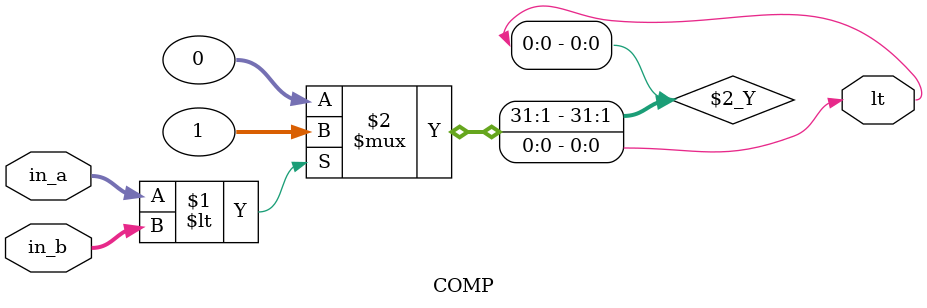
<source format=v>
`timescale 1ns / 1ps

module COMP(
    input [3:0] in_a, in_b,
    output lt
    );

assign lt = (in_a<in_b) ? 1 : 0;

endmodule

</source>
